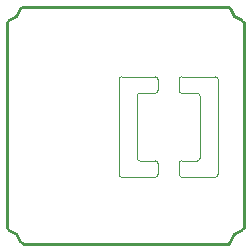
<source format=gm1>
G04 #@! TF.GenerationSoftware,KiCad,Pcbnew,8.0.3*
G04 #@! TF.CreationDate,2024-07-19T17:45:39+03:00*
G04 #@! TF.ProjectId,B-TH09C-Brk-01Mbr-R01,422d5448-3039-4432-9d42-726b2d30314d,rev?*
G04 #@! TF.SameCoordinates,Original*
G04 #@! TF.FileFunction,Profile,NP*
%FSLAX46Y46*%
G04 Gerber Fmt 4.6, Leading zero omitted, Abs format (unit mm)*
G04 Created by KiCad (PCBNEW 8.0.3) date 2024-07-19 17:45:39*
%MOMM*%
%LPD*%
G01*
G04 APERTURE LIST*
G04 #@! TA.AperFunction,Profile*
%ADD10C,0.100000*%
G04 #@! TD*
G04 #@! TA.AperFunction,Profile*
%ADD11C,0.250000*%
G04 #@! TD*
G04 APERTURE END LIST*
D10*
X137329524Y-96777620D02*
X137333808Y-97713554D01*
X137573699Y-97947729D02*
X140379524Y-97947620D01*
D11*
X142789985Y-102275485D02*
X142789985Y-84844532D01*
D10*
X137329524Y-96777620D02*
G75*
G02*
X137563704Y-96537667I218076J21420D01*
G01*
D11*
X142620754Y-84646913D02*
G75*
G02*
X141703086Y-83729238I169246J1086913D01*
G01*
D10*
X137333540Y-89669891D02*
G75*
G02*
X137567716Y-89429987I218060J21391D01*
G01*
X137573699Y-97947729D02*
G75*
G02*
X137333819Y-97713555I-21399J218029D01*
G01*
X139074998Y-91067729D02*
X139074957Y-96299139D01*
X140365846Y-89430831D02*
G75*
G02*
X140611357Y-89661740I29254J-214869D01*
G01*
X140613699Y-97707729D02*
X140611429Y-92191745D01*
X135276258Y-89430000D02*
X132470433Y-89430109D01*
X132236258Y-89670000D02*
G75*
G02*
X132470433Y-89430105I218042J21400D01*
G01*
X138829415Y-90836815D02*
G75*
G02*
X139074978Y-91067728I29285J-214885D01*
G01*
D11*
X122789985Y-84844532D02*
X122789985Y-102275485D01*
D10*
X140365846Y-89430831D02*
X137567715Y-89430000D01*
X135276258Y-89430000D02*
G75*
G02*
X135516154Y-89664175I21442J-218000D01*
G01*
X140611429Y-92191745D02*
X140611429Y-89661745D01*
X133775000Y-91078590D02*
G75*
G02*
X134009171Y-90838751I218000J21390D01*
G01*
X135516417Y-97707838D02*
G75*
G02*
X135282239Y-97947774I-218017J-21462D01*
G01*
X135520433Y-90600109D02*
G75*
G02*
X135286259Y-90839984I-218033J-21391D01*
G01*
D11*
X142620754Y-84646913D02*
G75*
G02*
X142789966Y-84844532I-30754J-197587D01*
G01*
D10*
X140613699Y-97707729D02*
G75*
G02*
X140379529Y-97947546I-217999J-21371D01*
G01*
X133774959Y-96310000D02*
X133775000Y-91078590D01*
D11*
X141703081Y-103390778D02*
G75*
G02*
X142620751Y-102473085I1086919J-169222D01*
G01*
D10*
X137573590Y-90838987D02*
G75*
G02*
X137333765Y-90604817I-21390J217987D01*
G01*
D11*
X141505462Y-83560008D02*
X124074508Y-83560008D01*
D10*
X132236258Y-89670000D02*
X132238528Y-95185984D01*
D11*
X124074508Y-103560008D02*
G75*
G02*
X123876875Y-103390780I-8J200008D01*
G01*
X122789985Y-84844532D02*
G75*
G02*
X122959209Y-84646869I200015J32D01*
G01*
D10*
X135520433Y-90600109D02*
X135516149Y-89664175D01*
X134009175Y-90838699D02*
X135286258Y-90840000D01*
X132238528Y-95185984D02*
X132238527Y-97715984D01*
D11*
X123876889Y-83729239D02*
G75*
G02*
X122959213Y-84646893I-1086789J169139D01*
G01*
D10*
X134020542Y-96540914D02*
G75*
G02*
X133774996Y-96310003I-29242J214914D01*
G01*
X137333540Y-89669891D02*
X137333699Y-90604812D01*
D11*
X123876889Y-83729239D02*
G75*
G02*
X124074508Y-83560009I197611J-30761D01*
G01*
X141703081Y-103390778D02*
G75*
G02*
X141505462Y-103560048I-197581J30678D01*
G01*
D10*
X132484111Y-97946898D02*
X135282242Y-97947729D01*
X137573590Y-90838987D02*
X138829415Y-90836815D01*
D11*
X122959216Y-102473104D02*
G75*
G02*
X122789928Y-102275485I30684J197604D01*
G01*
D10*
X139074957Y-96299139D02*
G75*
G02*
X138840776Y-96539116I-218057J-21461D01*
G01*
X132484111Y-97946898D02*
G75*
G02*
X132238505Y-97715982I-29311J214898D01*
G01*
D11*
X141505462Y-83560008D02*
G75*
G02*
X141703111Y-83729234I38J-199992D01*
G01*
X122959216Y-102473104D02*
G75*
G02*
X123876895Y-103390777I-169216J-1086896D01*
G01*
D10*
X135276367Y-96538742D02*
X134020542Y-96540914D01*
D11*
X124074508Y-103560008D02*
X141505462Y-103560008D01*
D10*
X135516417Y-97707838D02*
X135516258Y-96772917D01*
D11*
X142789985Y-102275485D02*
G75*
G02*
X142620754Y-102473106I-199985J-15D01*
G01*
D10*
X135276367Y-96538742D02*
G75*
G02*
X135516315Y-96772921I21433J-218058D01*
G01*
X138840782Y-96539030D02*
X137563699Y-96537729D01*
M02*

</source>
